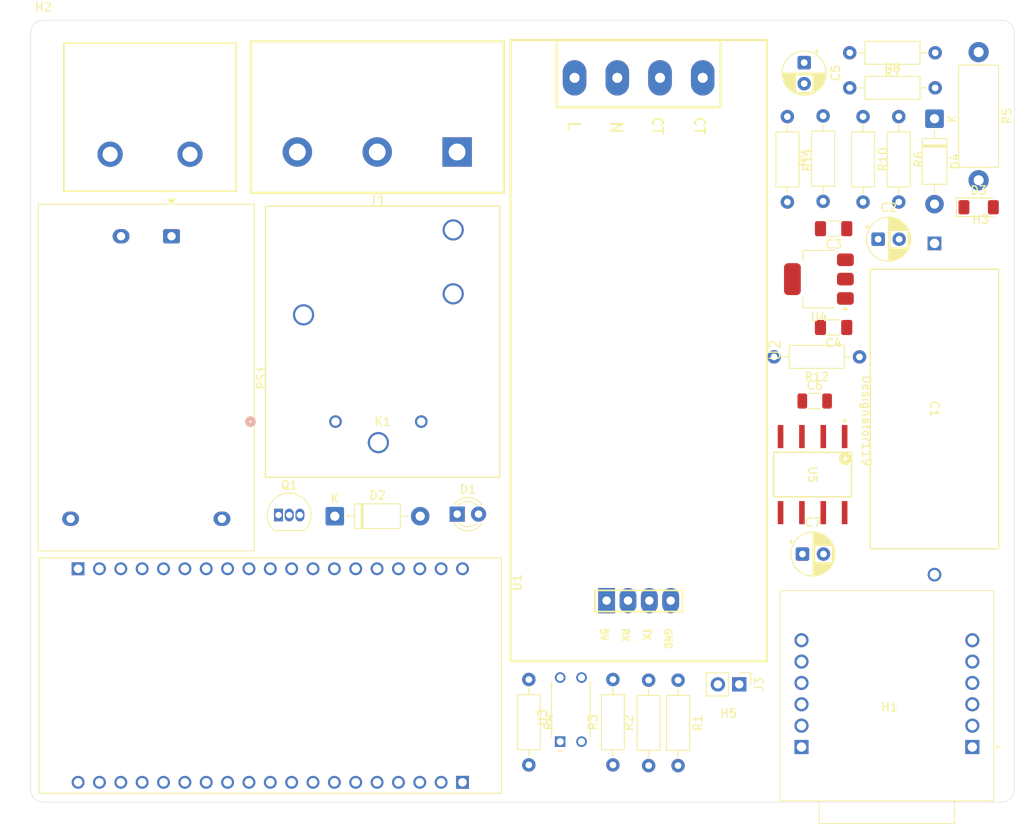
<source format=kicad_pcb>
(kicad_pcb (version 20241229) (generator "pcbnew") (generator_version "9.0")
  (layers (0 "F.Cu" signal) (2 "B.Cu" signal) (13 "F.Paste" user) (15 "B.Paste" user) (5 "F.SilkS" user "F.Silkscreen") (7 "B.SilkS" user "B.Silkscreen") (1 "F.Mask" user) (3 "B.Mask" user) (25 "Edge.Cuts" user))
  (property "project_name" "ESP-Edge Device")
  (net 0 "")
  (net 1 "Net-(C1-Pad1)")
  (net 2 "Net-(D3-K)")
  (net 3 "NEUTRAL")
  (net 4 "Net-(D4-K)")
  (net 5 "/Voltage Sensing/VDD1")
  (net 6 "Net-(U5-VINN)")
  (net 7 "GND")
  (net 8 "VCC_3.3")
  (net 9 "Net-(D1-A)")
  (net 10 "/Relay/Jd_VCC")
  (net 11 "Net-(D2-A)")
  (net 12 "/CS")
  (net 13 "/SCK")
  (net 15 "/MOSI")
  (net 16 "/RESET")
  (net 17 "/MISO")
  (net 18 "/INT")
  (net 19 "VCC")
  (net 20 "/TX")
  (net 21 "/RX")
  (net 22 "NO")
  (net 23 "COM")
  (net 24 "NC")
  (net 25 "LIVE")
  (net 26 "Net-(U5-VINP)")
  (net 28 "Net-(Q1-B)")
  (net 29 "Net-(R3-Pad2)")
  (net 30 "INPUT")
  (net 31 "Net-(R4-Pad1)")
  (net 32 "Net-(R7-Pad2)")
  (net 33 "Net-(R11-Pad1)")
  (net 53 "AC sensing")
  (footprint "Capacitor_SMD:C_1206_3216Metric_Pad1.33x1.80mm_HandSolder" (layer "F.Cu") (at 187 46.800001 180)
    (property "Reference" "C3" (at 0 -1.85 0) (layer "F.SilkS"))
    (property "Value" "10uF")
    (pad "1" smd roundrect (at -1.5625 0 180) (size 1.325 1.8) (layers "F.Cu" "F.Mask" "F.Paste") (roundrect_rratio 0.188679) (net 4 "Net-(D4-K)"))
    (pad "2" smd roundrect (at 1.5625 0 180) (size 1.325 1.8) (layers "F.Cu" "F.Mask" "F.Paste") (roundrect_rratio 0.188679) (net 3 "NEUTRAL"))
  )
  (footprint "Converter_ACDC:Converter_ACDC_Hi-Link_HLK-5Mxx" (layer "F.Cu") (at 108.25 47.7025 -90)
    (property "Reference" "PS1" (at 16.8 -10.7 90) (layer "F.SilkS"))
    (property "Value" "HLK-5M05")
    (pad "1" thru_hole roundrect (at 0 0 270) (size 1.7 2) (drill 1) (layers "*.Cu" "*.Mask") (roundrect_rratio 0.147059) (net 25 "LIVE"))
    (pad "2" thru_hole oval (at 0 6 270) (size 1.7 2) (drill 1) (layers "*.Cu" "*.Mask") (net 3 "NEUTRAL"))
    (pad "3" thru_hole oval (at 33.6 -6 270) (size 1.7 2) (drill 1) (layers "*.Cu" "*.Mask") (net 7 "GND"))
    (pad "4" thru_hole oval (at 33.6 12 270) (size 1.7 2) (drill 1) (layers "*.Cu" "*.Mask") (net 19 "VCC"))
  )
  (footprint "Resistor_THT:R_Axial_DIN0207_L6.3mm_D2.5mm_P10.16mm_Horizontal" (layer "F.Cu") (at 190.08 62.050001 180)
    (property "Reference" "R12" (at 5.08 -2.37 0) (layer "F.SilkS"))
    (property "Value" "1K")
    (pad "1" thru_hole circle (at 0 0 180) (size 1.6 1.6) (drill 0.8) (layers "*.Cu" "*.Mask") (net 26 "Net-(U5-VINP)"))
    (pad "2" thru_hole circle (at 10.16 0 180) (size 1.6 1.6) (drill 0.8) (layers "*.Cu" "*.Mask") (net 6 "Net-(U5-VINN)"))
  )
  (footprint "Resistor_THT:R_Axial_DIN0207_L6.3mm_D2.5mm_P10.16mm_Horizontal" (layer "F.Cu") (at 185.75 43.550001 90)
    (property "Reference" "R9" (at 5.08 -2.37 90) (layer "F.SilkS"))
    (property "Value" "100K")
    (pad "1" thru_hole circle (at 0 0 90) (size 1.6 1.6) (drill 0.8) (layers "*.Cu" "*.Mask") (net 5 "/Voltage Sensing/VDD1"))
    (pad "2" thru_hole circle (at 10.16 0 90) (size 1.6 1.6) (drill 0.8) (layers "*.Cu" "*.Mask") (net 6 "Net-(U5-VINN)"))
  )
  (footprint "Capacitor_SMD:C_1206_3216Metric_Pad1.33x1.80mm_HandSolder" (layer "F.Cu") (at 187 58.550001 180)
    (property "Reference" "C4" (at 0 -1.85 0) (layer "F.SilkS"))
    (property "Value" "10uF")
    (pad "1" smd roundrect (at -1.5625 0 180) (size 1.325 1.8) (layers "F.Cu" "F.Mask" "F.Paste") (roundrect_rratio 0.188679) (net 5 "/Voltage Sensing/VDD1"))
    (pad "2" smd roundrect (at 1.5625 0 180) (size 1.325 1.8) (layers "F.Cu" "F.Mask" "F.Paste") (roundrect_rratio 0.188679) (net 3 "NEUTRAL"))
  )
  (footprint "Capacitor_THT:CP_Radial_D5.0mm_P2.50mm" (layer "F.Cu") (at 183.294888 85.5)
    (property "Reference" "C7" (at 1.25 -3.75 0) (layer "F.SilkS"))
    (property "Value" "10uF")
    (pad "1" thru_hole roundrect (at 0 0) (size 1.6 1.6) (drill 0.8) (layers "*.Cu" "*.Mask") (roundrect_rratio 0.15625) (net 8 "VCC_3.3"))
    (pad "2" thru_hole circle (at 2.5 0) (size 1.6 1.6) (drill 0.8) (layers "*.Cu" "*.Mask") (net 7 "GND"))
  )
  (footprint "WIZ850IO:WIZ850IO" (layer "F.Cu") (at 193.64 103.7 180)
    (property "Reference" "H1" (at 0 0 0) (layer "F.SilkS"))
    (property "Value" "WIZ850IO")
    (pad "1" thru_hole rect (at -9.86 -4.75 180) (size 1.68 1.68) (drill 1.12) (layers "*.Cu" "*.Mask") (net 7 "GND"))
    (pad "2" thru_hole circle (at -9.86 -2.21 180) (size 1.68 1.68) (drill 1.12) (layers "*.Cu" "*.Mask") (net 7 "GND"))
    (pad "3" thru_hole circle (at -9.86 0.33 180) (size 1.68 1.68) (drill 1.12) (layers "*.Cu" "*.Mask") (net 15 "/MOSI"))
    (pad "4" thru_hole circle (at -9.86 2.87 180) (size 1.68 1.68) (drill 1.12) (layers "*.Cu" "*.Mask") (net 13 "/SCK"))
    (pad "5" thru_hole circle (at -9.86 5.41 180) (size 1.68 1.68) (drill 1.12) (layers "*.Cu" "*.Mask") (net 12 "/CS"))
    (pad "6" thru_hole circle (at -9.86 7.95 180) (size 1.68 1.68) (drill 1.12) (layers "*.Cu" "*.Mask") (net 18 "/INT"))
    (pad "7" thru_hole rect (at 10.46 -4.75 180) (size 1.68 1.68) (drill 1.12) (layers "*.Cu" "*.Mask") (net 7 "GND"))
    (pad "8" thru_hole circle (at 10.46 -2.21 180) (size 1.68 1.68) (drill 1.12) (layers "*.Cu" "*.Mask") (net 8 "VCC_3.3"))
    (pad "9" thru_hole circle (at 10.46 0.33 180) (size 1.68 1.68) (drill 1.12) (layers "*.Cu" "*.Mask") (net 8 "VCC_3.3"))
    (pad "10" thru_hole circle (at 10.46 2.87 180) (size 1.68 1.68) (drill 1.12) (layers "*.Cu" "*.Mask"))
    (pad "11" thru_hole circle (at 10.46 5.41 180) (size 1.68 1.68) (drill 1.12) (layers "*.Cu" "*.Mask") (net 16 "/RESET"))
    (pad "12" thru_hole circle (at 10.46 7.95 180) (size 1.68 1.68) (drill 1.12) (layers "*.Cu" "*.Mask") (net 17 "/MISO"))
  )
  (footprint "Resistor_THT:R_Axial_DIN0207_L6.3mm_D2.5mm_P10.16mm_Horizontal" (layer "F.Cu") (at 160.75 110.58 90)
    (property "Reference" "R3" (at 5.08 -2.37 90) (layer "F.SilkS"))
    (property "Value" "2.2K")
    (pad "1" thru_hole circle (at 0 0 90) (size 1.6 1.6) (drill 0.8) (layers "*.Cu" "*.Mask") (net 30 "INPUT"))
    (pad "2" thru_hole circle (at 10.16 0 90) (size 1.6 1.6) (drill 0.8) (layers "*.Cu" "*.Mask") (net 29 "Net-(R3-Pad2)"))
  )
  (footprint "Resistor_THT:R_Axial_DIN0207_L6.3mm_D2.5mm_P10.16mm_Horizontal" (layer "F.Cu") (at 194.75 33.470001 -90)
    (property "Reference" "R6" (at 5.08 -2.37 90) (layer "F.SilkS"))
    (property "Value" "470k")
    (pad "1" thru_hole circle (at 0 0 270) (size 1.6 1.6) (drill 0.8) (layers "*.Cu" "*.Mask") (net 1 "Net-(C1-Pad1)"))
    (pad "2" thru_hole circle (at 10.16 0 270) (size 1.6 1.6) (drill 0.8) (layers "*.Cu" "*.Mask") (net 2 "Net-(D3-K)"))
  )
  (footprint "SparkFun-Connector:Terminal_Block_9.5mm-2" (layer "F.Cu") (at 100.95 37.95)
    (property "Reference" "J2")
    (property "Value" "Barrier Terminal")
    (pad "1" thru_hole circle (at 0 0) (size 3 3) (drill 1.8) (layers "*.Cu" "*.Mask") (net 3 "NEUTRAL"))
    (pad "2" thru_hole circle (at 9.5 0) (size 3 3) (drill 1.8) (layers "*.Cu" "*.Mask") (net 25 "LIVE"))
  )
  (footprint "capacitor:CAP_150AXIAL_RF_CND" (layer "F.Cu") (at 199 48.550001 -90)
    (property "Reference" "C1" (at 19.699999 0 270) (layer "F.SilkS"))
    (property "Value" "470nF")
    (pad "1" thru_hole rect (at 0 0 270) (size 1.6256 1.6256) (drill 1.1176) (layers "*.Cu" "*.Mask") (net 1 "Net-(C1-Pad1)"))
    (pad "2" thru_hole circle (at 39.399998 0 270) (size 1.6256 1.6256) (drill 1.1176) (layers "*.Cu" "*.Mask") (net 2 "Net-(D3-K)"))
  )
  (footprint "Capacitor_THT:CP_Radial_D5.0mm_P2.50mm" (layer "F.Cu") (at 183.5 27.050001 -90)
    (property "Reference" "C5" (at 1.25 -3.75 90) (layer "F.SilkS"))
    (property "Value" "10uF")
    (pad "1" thru_hole roundrect (at 0 0 270) (size 1.6 1.6) (drill 0.8) (layers "*.Cu" "*.Mask") (roundrect_rratio 0.15625) (net 6 "Net-(U5-VINN)"))
    (pad "2" thru_hole circle (at 2.5 0 270) (size 1.6 1.6) (drill 0.8) (layers "*.Cu" "*.Mask") (net 3 "NEUTRAL"))
  )
  (footprint "PC817X3NSZ1B:DIP762W50P254L495H455Q4" (layer "F.Cu") (at 155.75 104 90)
    (property "Reference" "U3" (at -0.925 -3.362 90) (layer "F.SilkS"))
    (property "Value" "PC817X3NSZ1B")
    (pad "1" thru_hole rect (at -3.81 -1.27 90) (size 1.26 1.26) (drill 0.84) (layers "*.Cu" "*.Mask") (net 29 "Net-(R3-Pad2)"))
    (pad "2" thru_hole circle (at -3.81 1.27 90) (size 1.26 1.26) (drill 0.84) (layers "*.Cu" "*.Mask") (net 9 "Net-(D1-A)"))
    (pad "3" thru_hole circle (at 3.81 1.27 90) (size 1.26 1.26) (drill 0.84) (layers "*.Cu" "*.Mask") (net 31 "Net-(R4-Pad1)"))
    (pad "4" thru_hole circle (at 3.81 -1.27 90) (size 1.26 1.26) (drill 0.84) (layers "*.Cu" "*.Mask") (net 10 "/Relay/Jd_VCC"))
  )
  (footprint "Diode_THT:D_DO-41_SOD81_P10.16mm_Horizontal" (layer "F.Cu") (at 127.67 81)
    (property "Reference" "D2" (at 5.08 -2.47 0) (layer "F.SilkS"))
    (property "Value" "1N4007")
    (fp_text user "K" (at 0 -2.1 0) (layer "F.SilkS"))
    (pad "1" thru_hole roundrect (at 0 0) (size 2.2 2.2) (drill 1.1) (layers "*.Cu" "*.Mask") (roundrect_rratio 0.113636) (net 10 "/Relay/Jd_VCC"))
    (pad "2" thru_hole circle (at 10.16 0) (size 2.2 2.2) (drill 1.1) (layers "*.Cu" "*.Mask") (net 11 "Net-(D2-A)"))
  )
  (footprint "Capacitor_SMD:C_1206_3216Metric" (layer "F.Cu") (at 184.75 67.300001)
    (property "Reference" "C6" (at 0 -1.85 0) (layer "F.SilkS"))
    (property "Value" "0.1uF")
    (pad "1" smd roundrect (at -1.475 0) (size 1.15 1.8) (layers "F.Cu" "F.Mask" "F.Paste") (roundrect_rratio 0.217391) (net 3 "NEUTRAL"))
    (pad "2" smd roundrect (at 1.475 0) (size 1.15 1.8) (layers "F.Cu" "F.Mask" "F.Paste") (roundrect_rratio 0.217391) (net 5 "/Voltage Sensing/VDD1"))
  )
  (footprint "Resistor_THT:R_Axial_DIN0207_L6.3mm_D2.5mm_P10.16mm_Horizontal" (layer "F.Cu") (at 199.08 25.880001 180)
    (property "Reference" "R7" (at 5.08 -2.37 0) (layer "F.SilkS"))
    (property "Value" "1M")
    (pad "1" thru_hole circle (at 0 0 180) (size 1.6 1.6) (drill 0.8) (layers "*.Cu" "*.Mask") (net 25 "LIVE"))
    (pad "2" thru_hole circle (at 10.16 0 180) (size 1.6 1.6) (drill 0.8) (layers "*.Cu" "*.Mask") (net 32 "Net-(R7-Pad2)"))
  )
  (footprint "Resistor_THT:R_Axial_DIN0207_L6.3mm_D2.5mm_P10.16mm_Horizontal" (layer "F.Cu") (at 168.5 100.5 -90)
    (property "Reference" "R1" (at 5.08 -2.37 90) (layer "F.SilkS"))
    (property "Value" "10K")
    (pad "1" thru_hole circle (at 0 0 270) (size 1.6 1.6) (drill 0.8) (layers "*.Cu" "*.Mask") (net 8 "VCC_3.3"))
    (pad "2" thru_hole circle (at 10.16 0 270) (size 1.6 1.6) (drill 0.8) (layers "*.Cu" "*.Mask") (net 18 "/INT"))
  )
  (footprint "MountingHole:MountingHole_2.1mm" (layer "F.Cu") (at 204.5 48.75)
    (property "Reference" "H3" (at 0 -3.05 0) (layer "F.SilkS"))
    (property "Value" "MountingHole")
    (pad "" np_thru_hole circle (at 0 0) (size 2.1 2.1) (drill 2.1) (layers "*.Cu" "*.Mask"))
  )
  (footprint "Diode_THT:D_DO-41_SOD81_P10.16mm_Horizontal" (layer "F.Cu") (at 199 33.720001 -90)
    (property "Reference" "D4" (at 5.08 -2.47 90) (layer "F.SilkS"))
    (property "Value" "1N4007")
    (fp_text user "K" (at 0 -2.1 90) (layer "F.SilkS"))
    (pad "1" thru_hole roundrect (at 0 0 270) (size 2.2 2.2) (drill 1.1) (layers "*.Cu" "*.Mask") (roundrect_rratio 0.113636) (net 4 "Net-(D4-K)"))
    (pad "2" thru_hole circle (at 10.16 0 270) (size 2.2 2.2) (drill 1.1) (layers "*.Cu" "*.Mask") (net 2 "Net-(D3-K)"))
  )
  (footprint "SLA-05VDC-SL-C:K_SLA_C_NFR" (layer "F.Cu") (at 127.754901 69.748)
    (property "Reference" "K1" (at 5.599999 0 0) (layer "F.SilkS"))
    (property "Value" "SLA-05VDC-SL-C")
    (pad "1" thru_hole circle (at 0 0) (size 1.4986 1.4986) (drill 0.9906) (layers "*.Cu" "*.Mask") (net 10 "/Relay/Jd_VCC"))
    (pad "2" thru_hole circle (at 10.2 0) (size 1.4986 1.4986) (drill 0.9906) (layers "*.Cu" "*.Mask") (net 11 "Net-(D2-A)"))
    (pad "3" thru_hole circle (at 5.1 2.5) (size 2.5146 2.5146) (drill 2.0066) (layers "*.Cu" "*.Mask") (net 23 "COM"))
    (pad "4" thru_hole circle (at -3.8 -12.7) (size 2.5146 2.5146) (drill 2.0066) (layers "*.Cu" "*.Mask") (net 23 "COM"))
    (pad "5" thru_hole circle (at 13.999997 -15.199999) (size 2.5146 2.5146) (drill 2.0066) (layers "*.Cu" "*.Mask") (net 22 "NO"))
    (pad "6" thru_hole circle (at 13.999997 -22.800001) (size 2.5146 2.5146) (drill 2.0066) (layers "*.Cu" "*.Mask") (net 24 "NC"))
  )
  (footprint "Diode_SMD:D_MiniMELF" (layer "F.Cu") (at 204.25 44.25)
    (property "Reference" "D3" (at 0 -2 0) (layer "F.SilkS"))
    (property "Value" "7.5")
    (pad "1" smd roundrect (at -1.75 0) (size 1.3 1.7) (layers "F.Cu" "F.Mask" "F.Paste") (roundrect_rratio 0.1923076923) (net 2 "Net-(D3-K)"))
    (pad "2" smd roundrect (at 1.75 0) (size 1.3 1.7) (layers "F.Cu" "F.Mask" "F.Paste") (roundrect_rratio 0.1923076923) (net 3 "NEUTRAL"))
  )
  (footprint "Resistor_THT:R_Axial_DIN0207_L6.3mm_D2.5mm_P10.16mm_Horizontal" (layer "F.Cu") (at 188.92 30.050001)
    (property "Reference" "R8" (at 5.08 -2.37 0) (layer "F.SilkS"))
    (property "Value" "1M")
    (pad "1" thru_hole circle (at 0 0) (size 1.6 1.6) (drill 0.8) (layers "*.Cu" "*.Mask") (net 32 "Net-(R7-Pad2)"))
    (pad "2" thru_hole circle (at 10.16 0) (size 1.6 1.6) (drill 0.8) (layers "*.Cu" "*.Mask") (net 33 "Net-(R11-Pad1)"))
  )
  (footprint "Resistor_THT:R_Axial_DIN0207_L6.3mm_D2.5mm_P10.16mm_Horizontal" (layer "F.Cu") (at 181.5 33.470001 -90)
    (property "Reference" "R11" (at 5.08 -2.37 90) (layer "F.SilkS"))
    (property "Value" "220K")
    (pad "1" thru_hole circle (at 0 0 270) (size 1.6 1.6) (drill 0.8) (layers "*.Cu" "*.Mask") (net 33 "Net-(R11-Pad1)"))
    (pad "2" thru_hole circle (at 10.16 0 270) (size 1.6 1.6) (drill 0.8) (layers "*.Cu" "*.Mask") (net 26 "Net-(U5-VINP)"))
  )
  (footprint "Package_TO_SOT_SMD:SOT-223-3_TabPin2" (layer "F.Cu") (at 185.25 52.800001 180)
    (property "Reference" "U4" (at 0 -4.5 0) (layer "F.SilkS"))
    (property "Value" "AMS1117-5.0")
    (pad "1" smd roundrect (at -3.15 -2.3 180) (size 2 1.5) (layers "F.Cu" "F.Mask" "F.Paste") (net 3 "NEUTRAL"))
    (pad "2" smd roundrect (at -3.15 0 180) (size 2 1.5) (layers "F.Cu" "F.Mask" "F.Paste") (net 5 "/Voltage Sensing/VDD1"))
    (pad "2" smd roundrect (at 3.15 0 180) (size 2 3.8) (layers "F.Cu" "F.Mask" "F.Paste") (net 5 "/Voltage Sensing/VDD1"))
    (pad "3" smd roundrect (at -3.15 2.3 180) (size 2 1.5) (layers "F.Cu" "F.Mask" "F.Paste") (net 4 "Net-(D4-K)"))
  )
  (footprint "MountingHole:MountingHole_2.1mm" (layer "F.Cu") (at 174.5 107.5)
    (property "Reference" "H5" (at 0 -3.05 0) (layer "F.SilkS"))
    (property "Value" "MountingHole")
    (pad "" np_thru_hole circle (at 0 0) (size 2.1 2.1) (drill 2.1) (layers "*.Cu" "*.Mask"))
  )
  (footprint "PZEM-004T:PZEM-004T V3" (layer "F.Cu") (at 148.5715 24.3615 -90)
    (property "Reference" "U2" (at 36.8885 -31.442 90) (layer "F.SilkS") (effects (font (size 1.27 1.27))))
    (property "Value" "PZEM-004T")
    (fp_text user "TX" (at 69.85 -16.675 270) (layer "F.SilkS") (effects (font (size 0.8 0.8) (thickness 0.2032)) (justify left top)))
    (fp_text user "L" (at 9.5001 -8.4199 270) (layer "F.SilkS") (effects (font (size 1.44 1.44) (thickness 0.2032)) (justify left top)))
    (fp_text user "N" (at 9.5001 -13.4199 270) (layer "F.SilkS") (effects (font (size 1.44 1.44) (thickness 0.2032)) (justify left top)))
    (fp_text user "5V" (at 69.85 -11.595 270) (layer "F.SilkS") (effects (font (size 0.8 0.8) (thickness 0.2032)) (justify left top)))
    (fp_text user "RX" (at 69.85 -14.135 270) (layer "F.SilkS") (effects (font (size 0.8 0.8) (thickness 0.2032)) (justify left top)))
    (fp_text user "CT" (at 9.0002 -18.1799 270) (layer "F.SilkS") (effects (font (size 1.2 1.2) (thickness 0.2032)) (justify left top)))
    (fp_text user "CT" (at 9.0002 -23.1799 270) (layer "F.SilkS") (effects (font (size 1.2 1.2) (thickness 0.2032)) (justify left top)))
    (fp_text user "GND" (at 69.85 -19.215 270) (layer "F.SilkS") (effects (font (size 0.8 0.8) (thickness 0.2032)) (justify left top)))
    (pad "1" thru_hole oval (at 66.675 -19.05 180) (size 2 3) (drill 1) (layers "*.Cu" "*.Mask") (net 7 "GND"))
    (pad "2" thru_hole oval (at 66.675 -16.51 180) (size 2 3) (drill 1) (layers "*.Cu" "*.Mask") (net 20 "/TX"))
    (pad "3" thru_hole oval (at 66.675 -13.97 180) (size 2 3) (drill 1) (layers "*.Cu" "*.Mask") (net 21 "/RX"))
    (pad "4" thru_hole rect (at 66.6747 -11.43 180) (size 2 3) (drill 1) (layers "*.Cu" "*.Mask") (net 19 "VCC"))
    (pad "5" thru_hole oval (at 4.5001 -22.8597 180) (size 2.8 4.2) (drill 1.2) (layers "*.Cu" "*.Mask"))
    (pad "6" thru_hole oval (at 4.5001 -17.7797 180) (size 2.8 4.2) (drill 1.2) (layers "*.Cu" "*.Mask"))
    (pad "7" thru_hole oval (at 4.5001 -12.6997 180) (size 2.8 4.2) (drill 1.2) (layers "*.Cu" "*.Mask") (net 3 "NEUTRAL"))
    (pad "8" thru_hole oval (at 4.5001 -7.6197 180) (size 2.8 4.2) (drill 1.2) (layers "*.Cu" "*.Mask") (net 25 "LIVE"))
  )
  (footprint "Resistor_THT:R_Axial_DIN0414_L11.9mm_D4.5mm_P15.24mm_Horizontal" (layer "F.Cu") (at 204.25 25.800001 -90)
    (property "Reference" "R5" (at 7.62 -3.37 90) (layer "F.SilkS"))
    (property "Value" "220")
    (pad "1" thru_hole circle (at 0 0 270) (size 2.4 2.4) (drill 1.2) (layers "*.Cu" "*.Mask") (net 25 "LIVE"))
    (pad "2" thru_hole circle (at 15.24 0 270) (size 2.4 2.4) (drill 1.2) (layers "*.Cu" "*.Mask") (net 1 "Net-(C1-Pad1)"))
  )
  (footprint "Resistor_THT:R_Axial_DIN0207_L6.3mm_D2.5mm_P10.16mm_Horizontal" (layer "F.Cu") (at 150.75 100.42 -90)
    (property "Reference" "R4" (at 5.08 -2.37 90) (layer "F.SilkS"))
    (property "Value" "1K")
    (pad "1" thru_hole circle (at 0 0 270) (size 1.6 1.6) (drill 0.8) (layers "*.Cu" "*.Mask") (net 31 "Net-(R4-Pad1)"))
    (pad "2" thru_hole circle (at 10.16 0 270) (size 1.6 1.6) (drill 0.8) (layers "*.Cu" "*.Mask") (net 28 "Net-(Q1-B)"))
  )
  (footprint "AMC1200SDUBR:DUB0008A-IPC_A" (layer "F.Cu") (at 184.5 76.050001 -90)
    (property "Reference" "U5" (at 0 0 270) (layer "F.SilkS"))
    (property "Value" "AMC1200SDUBR")
    (fp_text user "Designator119" (at -6.4008 -6.4008 270) (layer "F.SilkS"))
    (pad "1" smd rect (at -4.525188 -3.81 270) (size 2.753774 0.667131) (layers "F.Cu" "F.Mask" "F.Paste") (net 5 "/Voltage Sensing/VDD1"))
    (pad "2" smd rect (at -4.525188 -1.27 270) (size 2.753774 0.667131) (layers "F.Cu" "F.Mask" "F.Paste") (net 26 "Net-(U5-VINP)"))
    (pad "3" smd rect (at -4.525188 1.27 270) (size 2.753774 0.667131) (layers "F.Cu" "F.Mask" "F.Paste") (net 6 "Net-(U5-VINN)"))
    (pad "4" smd rect (at -4.525188 3.81 270) (size 2.753774 0.667131) (layers "F.Cu" "F.Mask" "F.Paste") (net 3 "NEUTRAL"))
    (pad "5" smd rect (at 4.52519 3.81 270) (size 2.753774 0.667131) (layers "F.Cu" "F.Mask" "F.Paste") (net 7 "GND"))
    (pad "6" smd rect (at 4.52519 1.27 270) (size 2.753774 0.667131) (layers "F.Cu" "F.Mask" "F.Paste"))
    (pad "7" smd rect (at 4.52519 -1.27 270) (size 2.753774 0.667131) (layers "F.Cu" "F.Mask" "F.Paste") (net 53 "AC sensing"))
    (pad "8" smd rect (at 4.52519 -3.81 270) (size 2.753774 0.667131) (layers "F.Cu" "F.Mask" "F.Paste") (net 8 "VCC_3.3"))
  )
  (footprint "Connector_PinHeader_2.54mm:PinHeader_1x02_P2.54mm_Vertical" (layer "F.Cu") (at 175.775 101 -90)
    (property "Reference" "J3" (at 0 -2.38 90) (layer "F.SilkS"))
    (property "Value" "Conn_01x02_Pin")
    (pad "1" thru_hole rect (at 0 0 270) (size 1.7 1.7) (drill 1) (layers "*.Cu" "*.Mask") (net 10 "/Relay/Jd_VCC"))
    (pad "2" thru_hole circle (at 0 2.54 270) (size 1.7 1.7) (drill 1) (layers "*.Cu" "*.Mask") (net 19 "VCC"))
  )
  (footprint "ESP32_NODEMCU:MODULE_ESP32_NODEMCU" (layer "F.Cu") (at 120 99.95 -90)
    (property "Reference" "U1" (at -11.075 -29.385 90) (layer "F.SilkS"))
    (property "Value" "ESP32_NODEMCU")
    (pad "" np_thru_hole circle (at -12.5 -26 270) (size 2.25 2.25) (drill 2.25) (layers "*.Cu" "*.Mask"))
    (pad "" np_thru_hole circle (at -12.5 26 270) (size 2.25 2.25) (drill 2.25) (layers "*.Cu" "*.Mask"))
    (pad "" np_thru_hole circle (at 12.5 -26 270) (size 2.25 2.25) (drill 2.25) (layers "*.Cu" "*.Mask"))
    (pad "" np_thru_hole circle (at 12.5 26 270) (size 2.25 2.25) (drill 2.25) (layers "*.Cu" "*.Mask"))
    (pad "J4_1" thru_hole rect (at 12.7 -22.86 270) (size 1.53 1.53) (drill 1.02) (layers "*.Cu" "*.Mask") (net 7 "GND"))
    (pad "J4_2" thru_hole circle (at 12.7 -20.32 270) (size 1.53 1.53) (drill 1.02) (layers "*.Cu" "*.Mask") (net 15 "/MOSI"))
    (pad "J4_3" thru_hole circle (at 12.7 -17.78 270) (size 1.53 1.53) (drill 1.02) (layers "*.Cu" "*.Mask"))
    (pad "J4_4" thru_hole circle (at 12.7 -15.24 270) (size 1.53 1.53) (drill 1.02) (layers "*.Cu" "*.Mask"))
    (pad "J4_5" thru_hole circle (at 12.7 -12.7 270) (size 1.53 1.53) (drill 1.02) (layers "*.Cu" "*.Mask"))
    (pad "J4_6" thru_hole circle (at 12.7 -10.16 270) (size 1.53 1.53) (drill 1.02) (layers "*.Cu" "*.Mask"))
    (pad "J4_7" thru_hole circle (at 12.7 -7.62 270) (size 1.53 1.53) (drill 1.02) (layers "*.Cu" "*.Mask") (net 7 "GND"))
    (pad "J4_8" thru_hole circle (at 12.7 -5.08 270) (size 1.53 1.53) (drill 1.02) (layers "*.Cu" "*.Mask") (net 17 "/MISO"))
    (pad "J4_9" thru_hole circle (at 12.7 -2.54 270) (size 1.53 1.53) (drill 1.02) (layers "*.Cu" "*.Mask") (net 13 "/SCK"))
    (pad "J4_10" thru_hole circle (at 12.7 0 270) (size 1.53 1.53) (drill 1.02) (layers "*.Cu" "*.Mask") (net 12 "/CS"))
    (pad "J4_11" thru_hole circle (at 12.7 2.54 270) (size 1.53 1.53) (drill 1.02) (layers "*.Cu" "*.Mask") (net 21 "/RX"))
    (pad "J4_12" thru_hole circle (at 12.7 5.08 270) (size 1.53 1.53) (drill 1.02) (layers "*.Cu" "*.Mask") (net 20 "/TX"))
    (pad "J4_13" thru_hole circle (at 12.7 7.62 270) (size 1.53 1.53) (drill 1.02) (layers "*.Cu" "*.Mask") (net 16 "/RESET"))
    (pad "J4_14" thru_hole circle (at 12.7 10.16 270) (size 1.53 1.53) (drill 1.02) (layers "*.Cu" "*.Mask"))
    (pad "J4_15" thru_hole circle (at 12.7 12.7 270) (size 1.53 1.53) (drill 1.02) (layers "*.Cu" "*.Mask"))
    (pad "J4_16" thru_hole circle (at 12.7 15.24 270) (size 1.53 1.53) (drill 1.02) (layers "*.Cu" "*.Mask"))
    (pad "J4_17" thru_hole circle (at 12.7 17.78 270) (size 1.53 1.53) (drill 1.02) (layers "*.Cu" "*.Mask"))
    (pad "J4_18" thru_hole circle (at 12.7 20.32 270) (size 1.53 1.53) (drill 1.02) (layers "*.Cu" "*.Mask"))
    (pad "J4_19" thru_hole circle (at 12.7 22.86 270) (size 1.53 1.53) (drill 1.02) (layers "*.Cu" "*.Mask"))
    (pad "J5_1" thru_hole rect (at -12.7 22.86 270) (size 1.53 1.53) (drill 1.02) (layers "*.Cu" "*.Mask") (net 19 "VCC"))
    (pad "J5_2" thru_hole circle (at -12.7 20.32 270) (size 1.53 1.53) (drill 1.02) (layers "*.Cu" "*.Mask"))
    (pad "J5_3" thru_hole circle (at -12.7 17.78 270) (size 1.53 1.53) (drill 1.02) (layers "*.Cu" "*.Mask"))
    (pad "J5_4" thru_hole circle (at -12.7 15.24 270) (size 1.53 1.53) (drill 1.02) (layers "*.Cu" "*.Mask"))
    (pad "J5_5" thru_hole circle (at -12.7 12.7 270) (size 1.53 1.53) (drill 1.02) (layers "*.Cu" "*.Mask"))
    (pad "J5_6" thru_hole circle (at -12.7 10.16 270) (size 1.53 1.53) (drill 1.02) (layers "*.Cu" "*.Mask") (net 7 "GND"))
    (pad "J5_7" thru_hole circle (at -12.7 7.62 270) (size 1.53 1.53) (drill 1.02) (layers "*.Cu" "*.Mask") (net 18 "/INT"))
    (pad "J5_8" thru_hole circle (at -12.7 5.08 270) (size 1.53 1.53) (drill 1.02) (layers "*.Cu" "*.Mask"))
    (pad "J5_9" thru_hole circle (at -12.7 2.54 270) (size 1.53 1.53) (drill 1.02) (layers "*.Cu" "*.Mask"))
    (pad "J5_10" thru_hole circle (at -12.7 0 270) (size 1.53 1.53) (drill 1.02) (layers "*.Cu" "*.Mask"))
    (pad "J5_11" thru_hole circle (at -12.7 -2.54 270) (size 1.53 1.53) (drill 1.02) (layers "*.Cu" "*.Mask") (net 30 "INPUT"))
    (pad "J5_12" thru_hole circle (at -12.7 -5.08 270) (size 1.53 1.53) (drill 1.02) (layers "*.Cu" "*.Mask"))
    (pad "J5_13" thru_hole circle (at -12.7 -7.62 270) (size 1.53 1.53) (drill 1.02) (layers "*.Cu" "*.Mask"))
    (pad "J5_14" thru_hole circle (at -12.7 -10.16 270) (size 1.53 1.53) (drill 1.02) (layers "*.Cu" "*.Mask"))
    (pad "J5_15" thru_hole circle (at -12.7 -12.7 270) (size 1.53 1.53) (drill 1.02) (layers "*.Cu" "*.Mask") (net 53 "AC sensing"))
    (pad "J5_16" thru_hole circle (at -12.7 -15.24 270) (size 1.53 1.53) (drill 1.02) (layers "*.Cu" "*.Mask"))
    (pad "J5_17" thru_hole circle (at -12.7 -17.78 270) (size 1.53 1.53) (drill 1.02) (layers "*.Cu" "*.Mask"))
    (pad "J5_18" thru_hole circle (at -12.7 -20.32 270) (size 1.53 1.53) (drill 1.02) (layers "*.Cu" "*.Mask"))
    (pad "J5_19" thru_hole circle (at -12.7 -22.86 270) (size 1.53 1.53) (drill 1.02) (layers "*.Cu" "*.Mask") (net 8 "VCC_3.3"))
  )
  (footprint "Resistor_THT:R_Axial_DIN0207_L6.3mm_D2.5mm_P10.16mm_Horizontal" (layer "F.Cu") (at 165 110.66 90)
    (property "Reference" "R2" (at 5.08 -2.37 90) (layer "F.SilkS"))
    (property "Value" "10K")
    (pad "1" thru_hole circle (at 0 0 90) (size 1.6 1.6) (drill 0.8) (layers "*.Cu" "*.Mask") (net 8 "VCC_3.3"))
    (pad "2" thru_hole circle (at 10.16 0 90) (size 1.6 1.6) (drill 0.8) (layers "*.Cu" "*.Mask") (net 16 "/RESET"))
  )
  (footprint "Resistor_THT:R_Axial_DIN0207_L6.3mm_D2.5mm_P10.16mm_Horizontal" (layer "F.Cu") (at 190.5 33.470001 -90)
    (property "Reference" "R10" (at 5.08 -2.37 90) (layer "F.SilkS"))
    (property "Value" "100K")
    (pad "1" thru_hole circle (at 0 0 270) (size 1.6 1.6) (drill 0.8) (layers "*.Cu" "*.Mask") (net 6 "Net-(U5-VINN)"))
    (pad "2" thru_hole circle (at 10.16 0 270) (size 1.6 1.6) (drill 0.8) (layers "*.Cu" "*.Mask") (net 3 "NEUTRAL"))
  )
  (footprint "MountingHole:MountingHole_2.1mm" (layer "F.Cu") (at 93 23.5)
    (property "Reference" "H2" (at 0 -3.05 0) (layer "F.SilkS"))
    (property "Value" "MountingHole")
    (pad "" np_thru_hole circle (at 0 0) (size 2.1 2.1) (drill 2.1) (layers "*.Cu" "*.Mask"))
  )
  (footprint "HB9500-9.5-3P:CONN-TH_HB9500-9.5-3P" (layer "F.Cu") (at 132.72005 37.68005 180)
    (property "Reference" "J1" (at -0.02995 -5.812 0) (layer "F.SilkS") (effects (font (size 1.27 1.27))))
    (property "Value" "HB9500-9.5-3P")
    (pad "1" thru_hole rect (at -9.5 0 180) (size 3.5 3.5) (drill 2) (layers "*.Cu" "*.Mask") (net 22 "NO"))
    (pad "2" thru_hole oval (at 0.0001 0 180) (size 3.5 3.5) (drill 2) (layers "*.Cu" "*.Mask") (net 23 "COM"))
    (pad "3" thru_hole oval (at 9.5 0 180) (size 3.5 3.5) (drill 2) (layers "*.Cu" "*.Mask") (net 24 "NC"))
  )
  (footprint "Capacitor_THT:CP_Radial_D5.0mm_P2.50mm" (layer "F.Cu") (at 192.294888 48.050001)
    (property "Reference" "C2" (at 1.25 -3.75 0) (layer "F.SilkS"))
    (property "Value" "470uF")
    (pad "1" thru_hole roundrect (at 0 0) (size 1.6 1.6) (drill 0.8) (layers "*.Cu" "*.Mask") (roundrect_rratio 0.15625) (net 4 "Net-(D4-K)"))
    (pad "2" thru_hole circle (at 2.5 0) (size 1.6 1.6) (drill 0.8) (layers "*.Cu" "*.Mask") (net 3 "NEUTRAL"))
  )
  (footprint "LED_THT:LED_D3.0mm" (layer "F.Cu") (at 142.23 80.75)
    (property "Reference" "D1" (at 1.27 -2.96 0) (layer "F.SilkS"))
    (property "Value" "LED")
    (pad "1" thru_hole rect (at 0 0) (size 1.8 1.8) (drill 0.9) (layers "*.Cu" "*.Mask") (net 7 "GND"))
    (pad "2" thru_hole circle (at 2.54 0) (size 1.8 1.8) (drill 0.9) (layers "*.Cu" "*.Mask") (net 9 "Net-(D1-A)"))
  )
  (footprint "Package_TO_SOT_THT:TO-92_Inline" (layer "F.Cu") (at 120.98 80.86)
    (property "Reference" "Q1" (at 1.27 -3.56 0) (layer "F.SilkS"))
    (property "Value" "S8050")
    (pad "1" thru_hole rect (at 0 0) (size 1.05 1.5) (drill 0.75) (layers "*.Cu" "*.Mask") (net 7 "GND"))
    (pad "2" thru_hole oval (at 1.27 0) (size 1.05 1.5) (drill 0.75) (layers "*.Cu" "*.Mask") (net 28 "Net-(Q1-B)"))
    (pad "3" thru_hole oval (at 2.54 0) (size 1.05 1.5) (drill 0.75) (layers "*.Cu" "*.Mask") (net 11 "Net-(D2-A)"))
  )
  (gr_arc (start 91.5 23.5) (mid 91.93934 22.43934) (end 93 22) (stroke (width 0.05)) (layer "Edge.Cuts"))
  (gr_line (start 207 115) (end 93 115) (stroke (width 0.05)) (layer "Edge.Cuts"))
  (gr_arc (start 207 22) (mid 208.06066 22.43934) (end 208.5 23.5) (stroke (width 0.05)) (layer "Edge.Cuts"))
  (gr_arc (start 208.5 113.5) (mid 208.06066 114.56066) (end 207 115) (stroke (width 0.05)) (layer "Edge.Cuts"))
  (gr_line (start 91.5 113.5) (end 91.5 23.5) (stroke (width 0.05)) (layer "Edge.Cuts"))
  (gr_line (start 93 22) (end 207 22) (stroke (width 0.05)) (layer "Edge.Cuts"))
  (gr_arc (start 93 115) (mid 91.93934 114.56066) (end 91.5 113.5) (stroke (width 0.05)) (layer "Edge.Cuts"))
  (gr_line (start 208.5 23.5) (end 208.5 113.5) (stroke (width 0.05)) (layer "Edge.Cuts"))
)
</source>
